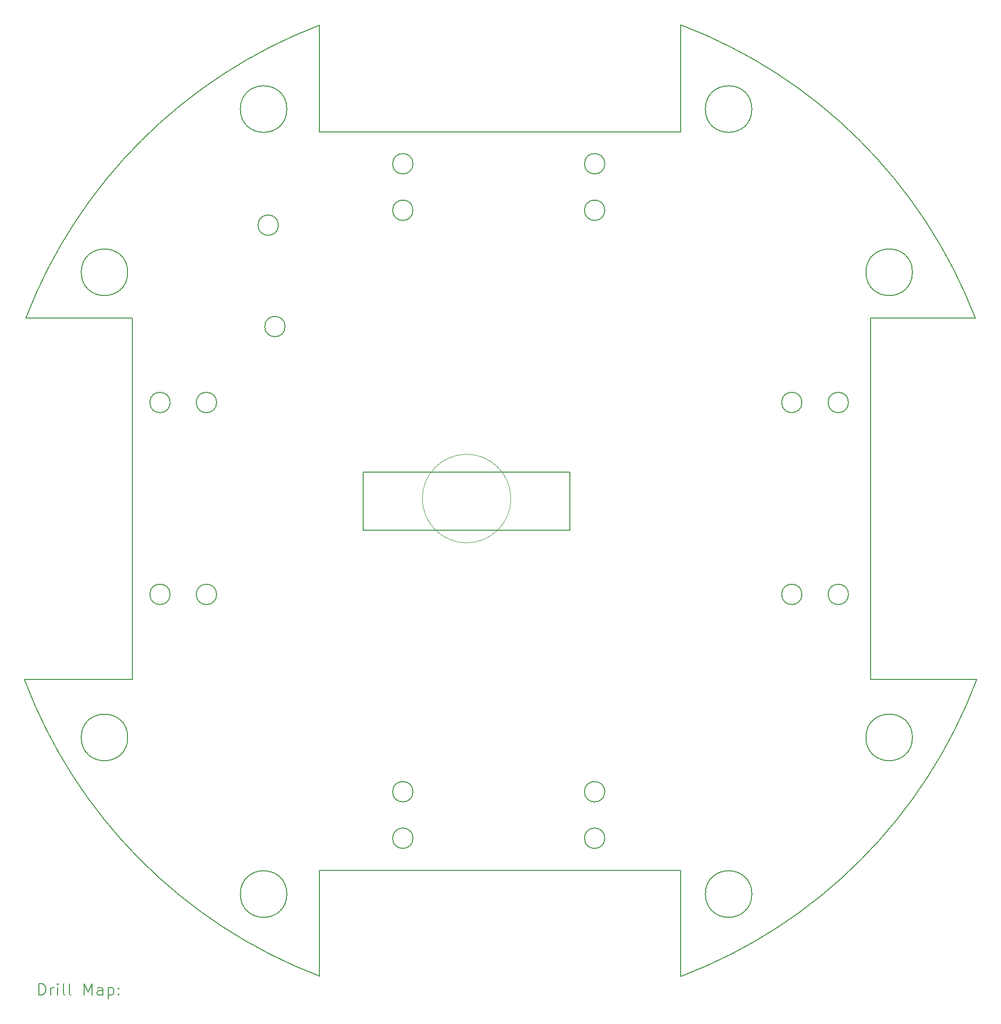
<source format=gbr>
%TF.GenerationSoftware,KiCad,Pcbnew,8.0.5*%
%TF.CreationDate,2024-12-27T19:52:28-05:00*%
%TF.ProjectId,RoboCup25PCBv1,526f626f-4375-4703-9235-50434276312e,rev?*%
%TF.SameCoordinates,Original*%
%TF.FileFunction,Drillmap*%
%TF.FilePolarity,Positive*%
%FSLAX45Y45*%
G04 Gerber Fmt 4.5, Leading zero omitted, Abs format (unit mm)*
G04 Created by KiCad (PCBNEW 8.0.5) date 2024-12-27 19:52:28*
%MOMM*%
%LPD*%
G01*
G04 APERTURE LIST*
%ADD10C,0.200000*%
%ADD11C,0.050000*%
G04 APERTURE END LIST*
D10*
X29217178Y-27008127D02*
X29217178Y-25191850D01*
X37519626Y-17143483D02*
G75*
G02*
X37169626Y-17143483I-175000J0D01*
G01*
X37169626Y-17143483D02*
G75*
G02*
X37519626Y-17143483I175000J0D01*
G01*
X35433478Y-25191850D02*
X35433478Y-27014925D01*
X40525785Y-21908150D02*
G75*
G02*
X35433478Y-27014925I-8191511J3075976D01*
G01*
X35433478Y-10649422D02*
X35433478Y-12491850D01*
X39420008Y-22904195D02*
G75*
G02*
X38620008Y-22904195I-400000J0D01*
G01*
X38620008Y-22904195D02*
G75*
G02*
X39420008Y-22904195I400000J0D01*
G01*
X26000000Y-15691850D02*
X26000000Y-21908150D01*
X24167213Y-15691850D02*
G75*
G02*
X29217178Y-10656220I8167059J-3140322D01*
G01*
X33528000Y-19340332D02*
X29972000Y-19340332D01*
X37519626Y-20443483D02*
G75*
G02*
X37169626Y-20443483I-175000J0D01*
G01*
X37169626Y-20443483D02*
G75*
G02*
X37519626Y-20443483I175000J0D01*
G01*
X25920008Y-22904195D02*
G75*
G02*
X25120008Y-22904195I-400000J0D01*
G01*
X25120008Y-22904195D02*
G75*
G02*
X25920008Y-22904195I400000J0D01*
G01*
X26649625Y-17143483D02*
G75*
G02*
X26299625Y-17143483I-175000J0D01*
G01*
X26299625Y-17143483D02*
G75*
G02*
X26649625Y-17143483I175000J0D01*
G01*
X28627500Y-15837588D02*
G75*
G02*
X28277500Y-15837588I-175000J0D01*
G01*
X28277500Y-15837588D02*
G75*
G02*
X28627500Y-15837588I175000J0D01*
G01*
X34127500Y-23837588D02*
G75*
G02*
X33777500Y-23837588I-175000J0D01*
G01*
X33777500Y-23837588D02*
G75*
G02*
X34127500Y-23837588I175000J0D01*
G01*
X26000000Y-21908150D02*
X24142761Y-21908150D01*
X30827500Y-24637588D02*
G75*
G02*
X30477500Y-24637588I-175000J0D01*
G01*
X30477500Y-24637588D02*
G75*
G02*
X30827500Y-24637588I175000J0D01*
G01*
X30827500Y-13837588D02*
G75*
G02*
X30477500Y-13837588I-175000J0D01*
G01*
X30477500Y-13837588D02*
G75*
G02*
X30827500Y-13837588I175000J0D01*
G01*
X26649625Y-20443483D02*
G75*
G02*
X26299625Y-20443483I-175000J0D01*
G01*
X26299625Y-20443483D02*
G75*
G02*
X26649625Y-20443483I175000J0D01*
G01*
X28511552Y-14094366D02*
G75*
G02*
X28161552Y-14094366I-175000J0D01*
G01*
X28161552Y-14094366D02*
G75*
G02*
X28511552Y-14094366I175000J0D01*
G01*
X38319626Y-17143483D02*
G75*
G02*
X37969626Y-17143483I-175000J0D01*
G01*
X37969626Y-17143483D02*
G75*
G02*
X38319626Y-17143483I175000J0D01*
G01*
X35433478Y-10649422D02*
G75*
G02*
X40501333Y-15691850I-3099203J-8182750D01*
G01*
X29217178Y-25191850D02*
X35433478Y-25191850D01*
X30827500Y-13037588D02*
G75*
G02*
X30477500Y-13037588I-175000J0D01*
G01*
X30477500Y-13037588D02*
G75*
G02*
X30827500Y-13037588I175000J0D01*
G01*
X29217178Y-27008127D02*
G75*
G02*
X24142761Y-21908150I3117092J8175951D01*
G01*
X34127500Y-24637588D02*
G75*
G02*
X33777500Y-24637588I-175000J0D01*
G01*
X33777500Y-24637588D02*
G75*
G02*
X34127500Y-24637588I175000J0D01*
G01*
D11*
X32512000Y-18796000D02*
G75*
G02*
X30988000Y-18796000I-762000J0D01*
G01*
X30988000Y-18796000D02*
G75*
G02*
X32512000Y-18796000I762000J0D01*
G01*
D10*
X33528000Y-18340332D02*
X33528000Y-19340332D01*
X28657664Y-12097572D02*
G75*
G02*
X27857664Y-12097572I-400000J0D01*
G01*
X27857664Y-12097572D02*
G75*
G02*
X28657664Y-12097572I400000J0D01*
G01*
X27449625Y-17143483D02*
G75*
G02*
X27099625Y-17143483I-175000J0D01*
G01*
X27099625Y-17143483D02*
G75*
G02*
X27449625Y-17143483I175000J0D01*
G01*
X40525785Y-21908150D02*
X38700000Y-21908150D01*
X34127500Y-13037588D02*
G75*
G02*
X33777500Y-13037588I-175000J0D01*
G01*
X33777500Y-13037588D02*
G75*
G02*
X34127500Y-13037588I175000J0D01*
G01*
X36657665Y-12097572D02*
G75*
G02*
X35857665Y-12097572I-400000J0D01*
G01*
X35857665Y-12097572D02*
G75*
G02*
X36657665Y-12097572I400000J0D01*
G01*
X29217178Y-12491850D02*
X29217178Y-10656220D01*
X38700000Y-15691850D02*
X40501333Y-15691850D01*
X34127500Y-13837588D02*
G75*
G02*
X33777500Y-13837588I-175000J0D01*
G01*
X33777500Y-13837588D02*
G75*
G02*
X34127500Y-13837588I175000J0D01*
G01*
X25920008Y-14904195D02*
G75*
G02*
X25120008Y-14904195I-400000J0D01*
G01*
X25120008Y-14904195D02*
G75*
G02*
X25920008Y-14904195I400000J0D01*
G01*
X29972000Y-19340332D02*
X29972000Y-18340332D01*
X27449625Y-20443483D02*
G75*
G02*
X27099625Y-20443483I-175000J0D01*
G01*
X27099625Y-20443483D02*
G75*
G02*
X27449625Y-20443483I175000J0D01*
G01*
X38319626Y-20443483D02*
G75*
G02*
X37969626Y-20443483I-175000J0D01*
G01*
X37969626Y-20443483D02*
G75*
G02*
X38319626Y-20443483I175000J0D01*
G01*
X38700000Y-21908150D02*
X38700000Y-15691850D01*
X36657665Y-25597572D02*
G75*
G02*
X35857665Y-25597572I-400000J0D01*
G01*
X35857665Y-25597572D02*
G75*
G02*
X36657665Y-25597572I400000J0D01*
G01*
X35433478Y-12491850D02*
X29217178Y-12491850D01*
X28657664Y-25597572D02*
G75*
G02*
X27857664Y-25597572I-400000J0D01*
G01*
X27857664Y-25597572D02*
G75*
G02*
X28657664Y-25597572I400000J0D01*
G01*
X29972000Y-18340332D02*
X33528000Y-18340332D01*
X30827500Y-23837588D02*
G75*
G02*
X30477500Y-23837588I-175000J0D01*
G01*
X30477500Y-23837588D02*
G75*
G02*
X30827500Y-23837588I175000J0D01*
G01*
X24167213Y-15691850D02*
X26000000Y-15691850D01*
X39420008Y-14904195D02*
G75*
G02*
X38620008Y-14904195I-400000J0D01*
G01*
X38620008Y-14904195D02*
G75*
G02*
X39420008Y-14904195I400000J0D01*
G01*
X24393538Y-27336409D02*
X24393538Y-27136409D01*
X24393538Y-27136409D02*
X24441157Y-27136409D01*
X24441157Y-27136409D02*
X24469729Y-27145933D01*
X24469729Y-27145933D02*
X24488776Y-27164980D01*
X24488776Y-27164980D02*
X24498300Y-27184028D01*
X24498300Y-27184028D02*
X24507824Y-27222123D01*
X24507824Y-27222123D02*
X24507824Y-27250695D01*
X24507824Y-27250695D02*
X24498300Y-27288790D01*
X24498300Y-27288790D02*
X24488776Y-27307837D01*
X24488776Y-27307837D02*
X24469729Y-27326885D01*
X24469729Y-27326885D02*
X24441157Y-27336409D01*
X24441157Y-27336409D02*
X24393538Y-27336409D01*
X24593538Y-27336409D02*
X24593538Y-27203076D01*
X24593538Y-27241171D02*
X24603062Y-27222123D01*
X24603062Y-27222123D02*
X24612586Y-27212599D01*
X24612586Y-27212599D02*
X24631633Y-27203076D01*
X24631633Y-27203076D02*
X24650681Y-27203076D01*
X24717348Y-27336409D02*
X24717348Y-27203076D01*
X24717348Y-27136409D02*
X24707824Y-27145933D01*
X24707824Y-27145933D02*
X24717348Y-27155457D01*
X24717348Y-27155457D02*
X24726871Y-27145933D01*
X24726871Y-27145933D02*
X24717348Y-27136409D01*
X24717348Y-27136409D02*
X24717348Y-27155457D01*
X24841157Y-27336409D02*
X24822110Y-27326885D01*
X24822110Y-27326885D02*
X24812586Y-27307837D01*
X24812586Y-27307837D02*
X24812586Y-27136409D01*
X24945919Y-27336409D02*
X24926871Y-27326885D01*
X24926871Y-27326885D02*
X24917348Y-27307837D01*
X24917348Y-27307837D02*
X24917348Y-27136409D01*
X25174491Y-27336409D02*
X25174491Y-27136409D01*
X25174491Y-27136409D02*
X25241157Y-27279266D01*
X25241157Y-27279266D02*
X25307824Y-27136409D01*
X25307824Y-27136409D02*
X25307824Y-27336409D01*
X25488776Y-27336409D02*
X25488776Y-27231647D01*
X25488776Y-27231647D02*
X25479252Y-27212599D01*
X25479252Y-27212599D02*
X25460205Y-27203076D01*
X25460205Y-27203076D02*
X25422110Y-27203076D01*
X25422110Y-27203076D02*
X25403062Y-27212599D01*
X25488776Y-27326885D02*
X25469729Y-27336409D01*
X25469729Y-27336409D02*
X25422110Y-27336409D01*
X25422110Y-27336409D02*
X25403062Y-27326885D01*
X25403062Y-27326885D02*
X25393538Y-27307837D01*
X25393538Y-27307837D02*
X25393538Y-27288790D01*
X25393538Y-27288790D02*
X25403062Y-27269742D01*
X25403062Y-27269742D02*
X25422110Y-27260218D01*
X25422110Y-27260218D02*
X25469729Y-27260218D01*
X25469729Y-27260218D02*
X25488776Y-27250695D01*
X25584014Y-27203076D02*
X25584014Y-27403076D01*
X25584014Y-27212599D02*
X25603062Y-27203076D01*
X25603062Y-27203076D02*
X25641157Y-27203076D01*
X25641157Y-27203076D02*
X25660205Y-27212599D01*
X25660205Y-27212599D02*
X25669729Y-27222123D01*
X25669729Y-27222123D02*
X25679252Y-27241171D01*
X25679252Y-27241171D02*
X25679252Y-27298314D01*
X25679252Y-27298314D02*
X25669729Y-27317361D01*
X25669729Y-27317361D02*
X25660205Y-27326885D01*
X25660205Y-27326885D02*
X25641157Y-27336409D01*
X25641157Y-27336409D02*
X25603062Y-27336409D01*
X25603062Y-27336409D02*
X25584014Y-27326885D01*
X25764967Y-27317361D02*
X25774491Y-27326885D01*
X25774491Y-27326885D02*
X25764967Y-27336409D01*
X25764967Y-27336409D02*
X25755443Y-27326885D01*
X25755443Y-27326885D02*
X25764967Y-27317361D01*
X25764967Y-27317361D02*
X25764967Y-27336409D01*
X25764967Y-27212599D02*
X25774491Y-27222123D01*
X25774491Y-27222123D02*
X25764967Y-27231647D01*
X25764967Y-27231647D02*
X25755443Y-27222123D01*
X25755443Y-27222123D02*
X25764967Y-27212599D01*
X25764967Y-27212599D02*
X25764967Y-27231647D01*
M02*

</source>
